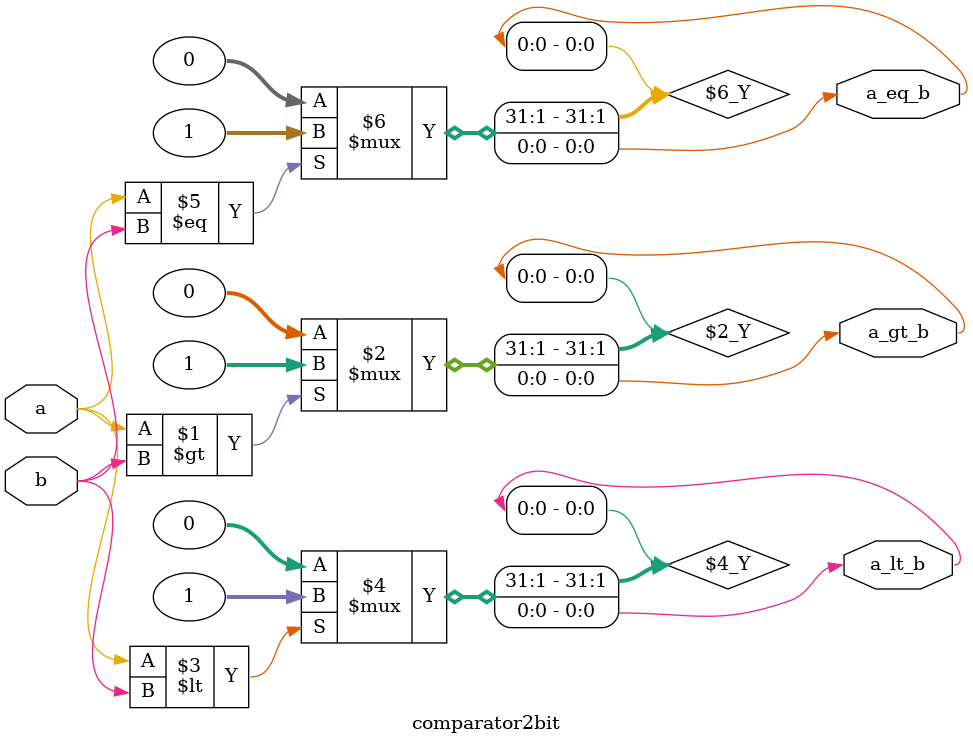
<source format=sv>
module comparator2bit(
		input a,b,
  output a_gt_b,a_lt_b,a_eq_b);
  assign a_gt_b = (a>b)?1:0;
  assign a_lt_b = (a<b)?1:0;
  assign a_eq_b = (a==b)?1:0;
endmodule
</source>
